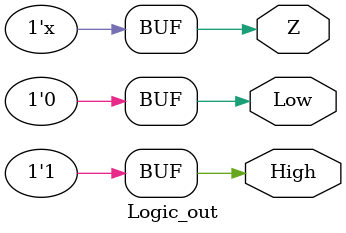
<source format=v>
module Logic_out (High, Low, Z);
	output High, Low, Z;
	
	assign High = 1'b1;
	assign Low  = 1'b0;
	assign Z    = 1'bz;
endmodule

</source>
